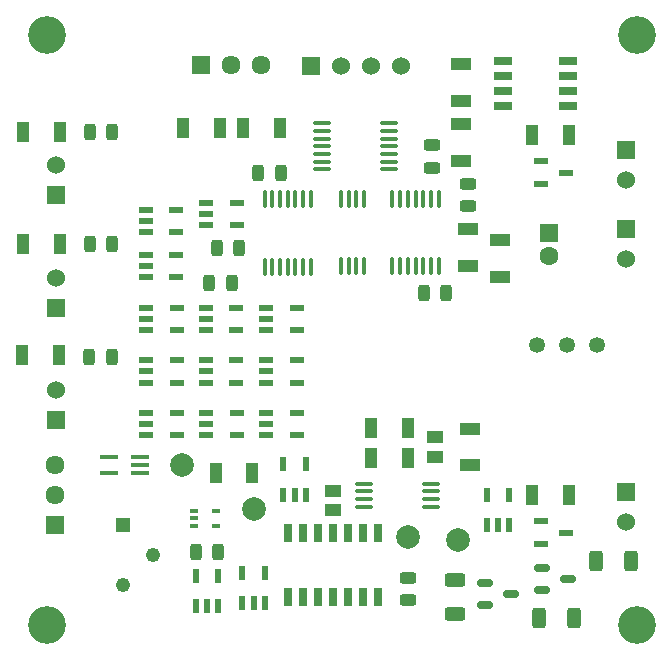
<source format=gbr>
%TF.GenerationSoftware,KiCad,Pcbnew,8.0.5*%
%TF.CreationDate,2024-10-12T23:17:33+02:00*%
%TF.ProjectId,TSAL,5453414c-2e6b-4696-9361-645f70636258,V2.0*%
%TF.SameCoordinates,Original*%
%TF.FileFunction,Soldermask,Top*%
%TF.FilePolarity,Negative*%
%FSLAX46Y46*%
G04 Gerber Fmt 4.6, Leading zero omitted, Abs format (unit mm)*
G04 Created by KiCad (PCBNEW 8.0.5) date 2024-10-12 23:17:33*
%MOMM*%
%LPD*%
G01*
G04 APERTURE LIST*
G04 Aperture macros list*
%AMRoundRect*
0 Rectangle with rounded corners*
0 $1 Rounding radius*
0 $2 $3 $4 $5 $6 $7 $8 $9 X,Y pos of 4 corners*
0 Add a 4 corners polygon primitive as box body*
4,1,4,$2,$3,$4,$5,$6,$7,$8,$9,$2,$3,0*
0 Add four circle primitives for the rounded corners*
1,1,$1+$1,$2,$3*
1,1,$1+$1,$4,$5*
1,1,$1+$1,$6,$7*
1,1,$1+$1,$8,$9*
0 Add four rect primitives between the rounded corners*
20,1,$1+$1,$2,$3,$4,$5,0*
20,1,$1+$1,$4,$5,$6,$7,0*
20,1,$1+$1,$6,$7,$8,$9,0*
20,1,$1+$1,$8,$9,$2,$3,0*%
G04 Aperture macros list end*
%ADD10RoundRect,0.243750X0.243750X0.456250X-0.243750X0.456250X-0.243750X-0.456250X0.243750X-0.456250X0*%
%ADD11RoundRect,0.250000X0.625000X-0.312500X0.625000X0.312500X-0.625000X0.312500X-0.625000X-0.312500X0*%
%ADD12R,1.150000X0.600000*%
%ADD13R,1.050000X1.800000*%
%ADD14R,1.528000X0.650000*%
%ADD15RoundRect,0.243750X-0.243750X-0.456250X0.243750X-0.456250X0.243750X0.456250X-0.243750X0.456250X0*%
%ADD16R,1.800000X1.050000*%
%ADD17C,3.200000*%
%ADD18R,1.470000X1.070000*%
%ADD19RoundRect,0.100000X-0.100000X0.637500X-0.100000X-0.637500X0.100000X-0.637500X0.100000X0.637500X0*%
%ADD20R,1.300000X0.600000*%
%ADD21RoundRect,0.243750X-0.456250X0.243750X-0.456250X-0.243750X0.456250X-0.243750X0.456250X0.243750X0*%
%ADD22RoundRect,0.250000X-0.312500X-0.625000X0.312500X-0.625000X0.312500X0.625000X-0.312500X0.625000X0*%
%ADD23RoundRect,0.100000X-0.637500X-0.100000X0.637500X-0.100000X0.637500X0.100000X-0.637500X0.100000X0*%
%ADD24R,1.530000X1.530000*%
%ADD25C,1.530000*%
%ADD26R,0.650000X1.525000*%
%ADD27R,1.600000X1.600000*%
%ADD28C,1.600000*%
%ADD29RoundRect,0.150000X-0.512500X-0.150000X0.512500X-0.150000X0.512500X0.150000X-0.512500X0.150000X0*%
%ADD30R,1.610000X1.610000*%
%ADD31C,1.610000*%
%ADD32RoundRect,0.100000X-0.225000X-0.100000X0.225000X-0.100000X0.225000X0.100000X-0.225000X0.100000X0*%
%ADD33R,0.600000X1.150000*%
%ADD34C,2.000000*%
%ADD35C,1.350000*%
%ADD36R,1.217000X1.217000*%
%ADD37C,1.217000*%
%ADD38RoundRect,0.100000X0.650000X0.100000X-0.650000X0.100000X-0.650000X-0.100000X0.650000X-0.100000X0*%
%ADD39RoundRect,0.250000X0.312500X0.625000X-0.312500X0.625000X-0.312500X-0.625000X0.312500X-0.625000X0*%
%ADD40RoundRect,0.100000X0.100000X-0.637500X0.100000X0.637500X-0.100000X0.637500X-0.100000X-0.637500X0*%
G04 APERTURE END LIST*
D10*
%TO.C,D5*%
X119047500Y-48260000D03*
X117172500Y-48260000D03*
%TD*%
D11*
%TO.C,R38*%
X137287000Y-79313500D03*
X137287000Y-76388500D03*
%TD*%
D12*
%TO.C,G5*%
X116205000Y-57790000D03*
X116205000Y-58740000D03*
X116205000Y-59690000D03*
X118805000Y-59690000D03*
X118805000Y-57790000D03*
%TD*%
D13*
%TO.C,R2*%
X103860000Y-38465000D03*
X100760000Y-38465000D03*
%TD*%
D14*
%TO.C,TI1*%
X141434000Y-32497500D03*
X141434000Y-33767500D03*
X141434000Y-35037500D03*
X141434000Y-36307500D03*
X146856000Y-36307500D03*
X146856000Y-35037500D03*
X146856000Y-33767500D03*
X146856000Y-32497500D03*
%TD*%
D13*
%TO.C,R6*%
X143865000Y-69215000D03*
X146965000Y-69215000D03*
%TD*%
D15*
%TO.C,D3*%
X106452500Y-47990000D03*
X108327500Y-47990000D03*
%TD*%
D16*
%TO.C,R23*%
X137795000Y-35840000D03*
X137795000Y-32740000D03*
%TD*%
D17*
%TO.C,H1*%
X152750000Y-30250000D03*
%TD*%
D18*
%TO.C,C23*%
X127000000Y-70474000D03*
X127000000Y-68834000D03*
%TD*%
D19*
%TO.C,CP4*%
X135935000Y-44127500D03*
X135285000Y-44127500D03*
X134635000Y-44127500D03*
X133985000Y-44127500D03*
X133335000Y-44127500D03*
X132685000Y-44127500D03*
X132035000Y-44127500D03*
X132035000Y-49852500D03*
X132685000Y-49852500D03*
X133335000Y-49852500D03*
X133985000Y-49852500D03*
X134635000Y-49852500D03*
X135285000Y-49852500D03*
X135935000Y-49852500D03*
%TD*%
D20*
%TO.C,Q2*%
X144585000Y-40960000D03*
X144585000Y-42860000D03*
X146685000Y-41910000D03*
%TD*%
D21*
%TO.C,D2*%
X133350000Y-76200000D03*
X133350000Y-78075000D03*
%TD*%
D16*
%TO.C,R30*%
X138557000Y-66701000D03*
X138557000Y-63601000D03*
%TD*%
D22*
%TO.C,R40*%
X144460500Y-79629000D03*
X147385500Y-79629000D03*
%TD*%
D13*
%TO.C,R20*%
X117068000Y-67310000D03*
X120168000Y-67310000D03*
%TD*%
D23*
%TO.C,CP5*%
X129598500Y-68240000D03*
X129598500Y-68890000D03*
X129598500Y-69540000D03*
X129598500Y-70190000D03*
X135323500Y-70190000D03*
X135323500Y-69540000D03*
X135323500Y-68890000D03*
X135323500Y-68240000D03*
%TD*%
D16*
%TO.C,R24*%
X137795000Y-40920000D03*
X137795000Y-37820000D03*
%TD*%
D10*
%TO.C,D9*%
X118405950Y-51243969D03*
X116530950Y-51243969D03*
%TD*%
D24*
%TO.C,J7*%
X125095000Y-32902680D03*
D25*
X127635000Y-32902680D03*
X130175000Y-32902680D03*
X132715000Y-32902680D03*
%TD*%
D19*
%TO.C,CP3*%
X125109800Y-44146200D03*
X124459800Y-44146200D03*
X123809800Y-44146200D03*
X123159800Y-44146200D03*
X122509800Y-44146200D03*
X121859800Y-44146200D03*
X121209800Y-44146200D03*
X121209800Y-49871200D03*
X121859800Y-49871200D03*
X122509800Y-49871200D03*
X123159800Y-49871200D03*
X123809800Y-49871200D03*
X124459800Y-49871200D03*
X125109800Y-49871200D03*
%TD*%
D26*
%TO.C,DL1*%
X123190000Y-77814000D03*
X124460000Y-77814000D03*
X125730000Y-77814000D03*
X127000000Y-77814000D03*
X128270000Y-77814000D03*
X129540000Y-77814000D03*
X130810000Y-77814000D03*
X130810000Y-72390000D03*
X129540000Y-72390000D03*
X128270000Y-72390000D03*
X127000000Y-72390000D03*
X125730000Y-72390000D03*
X124460000Y-72390000D03*
X123190000Y-72390000D03*
%TD*%
D13*
%TO.C,R7*%
X103785000Y-57375000D03*
X100685000Y-57375000D03*
%TD*%
D12*
%TO.C,G3*%
X111155000Y-53345000D03*
X111155000Y-54295000D03*
X111155000Y-55245000D03*
X113755000Y-55245000D03*
X113755000Y-53345000D03*
%TD*%
%TO.C,G13*%
X121315000Y-57790000D03*
X121315000Y-58740000D03*
X121315000Y-59690000D03*
X123915000Y-59690000D03*
X123915000Y-57790000D03*
%TD*%
D24*
%TO.C,J6*%
X151840000Y-46720000D03*
D25*
X151840000Y-49260000D03*
%TD*%
D16*
%TO.C,R25*%
X138430000Y-46710000D03*
X138430000Y-49810000D03*
%TD*%
D20*
%TO.C,Q1*%
X144585000Y-71440000D03*
X144585000Y-73340000D03*
X146685000Y-72390000D03*
%TD*%
D27*
%TO.C,C13*%
X145295120Y-47012197D03*
D28*
X145295120Y-49012197D03*
%TD*%
D24*
%TO.C,J2*%
X103505000Y-53340000D03*
D25*
X103505000Y-50800000D03*
%TD*%
D29*
%TO.C,Q3*%
X144658500Y-75377000D03*
X144658500Y-77277000D03*
X146933500Y-76327000D03*
%TD*%
D17*
%TO.C,H2*%
X102750000Y-30250000D03*
%TD*%
D12*
%TO.C,G12*%
X121315000Y-53345000D03*
X121315000Y-54295000D03*
X121315000Y-55245000D03*
X123915000Y-55245000D03*
X123915000Y-53345000D03*
%TD*%
%TO.C,G10*%
X116235000Y-44450000D03*
X116235000Y-45400000D03*
X116235000Y-46350000D03*
X118835000Y-46350000D03*
X118835000Y-44450000D03*
%TD*%
D24*
%TO.C,J5*%
X151840000Y-68945000D03*
D25*
X151840000Y-71485000D03*
%TD*%
D12*
%TO.C,G4*%
X111155000Y-57790000D03*
X111155000Y-58740000D03*
X111155000Y-59690000D03*
X113755000Y-59690000D03*
X113755000Y-57790000D03*
%TD*%
%TO.C,G9*%
X116205000Y-53345000D03*
X116205000Y-54295000D03*
X116205000Y-55245000D03*
X118805000Y-55245000D03*
X118805000Y-53345000D03*
%TD*%
D30*
%TO.C,J8*%
X115815000Y-32827680D03*
D31*
X118355000Y-32827680D03*
X120895000Y-32827680D03*
%TD*%
D13*
%TO.C,R22*%
X122480000Y-38100000D03*
X119380000Y-38100000D03*
%TD*%
D12*
%TO.C,G2*%
X111125000Y-48895000D03*
X111125000Y-49845000D03*
X111125000Y-50795000D03*
X113725000Y-50795000D03*
X113725000Y-48895000D03*
%TD*%
D32*
%TO.C,CP1*%
X115229600Y-70536000D03*
X115229600Y-71186000D03*
X115229600Y-71836000D03*
X117129600Y-71836000D03*
X117129600Y-70536000D03*
%TD*%
D33*
%TO.C,G14*%
X122798800Y-69168800D03*
X123748800Y-69168800D03*
X124698800Y-69168800D03*
X124698800Y-66568800D03*
X122798800Y-66568800D03*
%TD*%
D18*
%TO.C,C22*%
X135636000Y-64331000D03*
X135636000Y-65971000D03*
%TD*%
D12*
%TO.C,G1*%
X111125000Y-45085000D03*
X111125000Y-46035000D03*
X111125000Y-46985000D03*
X113725000Y-46985000D03*
X113725000Y-45085000D03*
%TD*%
D13*
%TO.C,R18*%
X143865000Y-38735000D03*
X146965000Y-38735000D03*
%TD*%
D33*
%TO.C,G16*%
X119319000Y-78389000D03*
X120269000Y-78389000D03*
X121219000Y-78389000D03*
X121219000Y-75789000D03*
X119319000Y-75789000D03*
%TD*%
D13*
%TO.C,R26*%
X133312500Y-63500000D03*
X130212500Y-63500000D03*
%TD*%
D12*
%TO.C,G7*%
X111155000Y-62235000D03*
X111155000Y-63185000D03*
X111155000Y-64135000D03*
X113755000Y-64135000D03*
X113755000Y-62235000D03*
%TD*%
%TO.C,G11*%
X121315000Y-62235000D03*
X121315000Y-63185000D03*
X121315000Y-64135000D03*
X123915000Y-64135000D03*
X123915000Y-62235000D03*
%TD*%
D34*
%TO.C,TP3*%
X137541000Y-73025000D03*
%TD*%
D21*
%TO.C,D11*%
X135339243Y-39618325D03*
X135339243Y-41493325D03*
%TD*%
D30*
%TO.C,J4*%
X103430000Y-71755000D03*
D31*
X103430000Y-69215000D03*
X103430000Y-66675000D03*
%TD*%
D34*
%TO.C,TP2*%
X114173000Y-66675000D03*
%TD*%
D13*
%TO.C,R4*%
X103860000Y-47990000D03*
X100760000Y-47990000D03*
%TD*%
%TO.C,R21*%
X117400000Y-38100000D03*
X114300000Y-38100000D03*
%TD*%
D17*
%TO.C,H4*%
X152750000Y-80250000D03*
%TD*%
D13*
%TO.C,R27*%
X130212500Y-66040000D03*
X133312500Y-66040000D03*
%TD*%
D24*
%TO.C,J9*%
X151765000Y-40005000D03*
D25*
X151765000Y-42545000D03*
%TD*%
D15*
%TO.C,D10*%
X120680000Y-41910000D03*
X122555000Y-41910000D03*
%TD*%
%TO.C,D4*%
X106377500Y-57515000D03*
X108252500Y-57515000D03*
%TD*%
D35*
%TO.C,PS1*%
X149342320Y-56515000D03*
X146802320Y-56515000D03*
X144262320Y-56515000D03*
%TD*%
D34*
%TO.C,TP1*%
X120323416Y-70374163D03*
%TD*%
D15*
%TO.C,D1*%
X106452500Y-38465000D03*
X108327500Y-38465000D03*
%TD*%
D10*
%TO.C,D8*%
X136568634Y-52080993D03*
X134693634Y-52080993D03*
%TD*%
D23*
%TO.C,U1*%
X126042500Y-37747159D03*
X126042500Y-38397159D03*
X126042500Y-39047159D03*
X126042500Y-39697159D03*
X126042500Y-40347159D03*
X126042500Y-40997159D03*
X126042500Y-41647159D03*
X131767500Y-41647159D03*
X131767500Y-40997159D03*
X131767500Y-40347159D03*
X131767500Y-39697159D03*
X131767500Y-39047159D03*
X131767500Y-38397159D03*
X131767500Y-37747159D03*
%TD*%
D36*
%TO.C,RV1*%
X109215000Y-71755000D03*
D37*
X111755000Y-74295000D03*
X109215000Y-76835000D03*
%TD*%
D38*
%TO.C,U2*%
X110677000Y-67325000D03*
X110677000Y-66675000D03*
X110677000Y-66025000D03*
X108017000Y-66025000D03*
X108017000Y-67325000D03*
%TD*%
D33*
%TO.C,G8*%
X140020000Y-71785000D03*
X140970000Y-71785000D03*
X141920000Y-71785000D03*
X141920000Y-69185000D03*
X140020000Y-69185000D03*
%TD*%
D12*
%TO.C,G6*%
X116235000Y-62235000D03*
X116235000Y-63185000D03*
X116235000Y-64135000D03*
X118835000Y-64135000D03*
X118835000Y-62235000D03*
%TD*%
D17*
%TO.C,H3*%
X102750000Y-80250000D03*
%TD*%
D24*
%TO.C,J1*%
X103505000Y-43815000D03*
D25*
X103505000Y-41275000D03*
%TD*%
D24*
%TO.C,J3*%
X103505000Y-62865000D03*
D25*
X103505000Y-60325000D03*
%TD*%
D15*
%TO.C,D6*%
X115394500Y-74041000D03*
X117269500Y-74041000D03*
%TD*%
D33*
%TO.C,G15*%
X115382000Y-78643000D03*
X116332000Y-78643000D03*
X117282000Y-78643000D03*
X117282000Y-76043000D03*
X115382000Y-76043000D03*
%TD*%
D21*
%TO.C,D7*%
X138430000Y-42877500D03*
X138430000Y-44752500D03*
%TD*%
D39*
%TO.C,R37*%
X152211500Y-74803000D03*
X149286500Y-74803000D03*
%TD*%
D40*
%TO.C,CP2*%
X127676000Y-49852500D03*
X128326000Y-49852500D03*
X128976000Y-49852500D03*
X129626000Y-49852500D03*
X129626000Y-44127500D03*
X128976000Y-44127500D03*
X128326000Y-44127500D03*
X127676000Y-44127500D03*
%TD*%
D16*
%TO.C,R28*%
X141096870Y-50726974D03*
X141096870Y-47626974D03*
%TD*%
D29*
%TO.C,Q4*%
X139832500Y-76647000D03*
X139832500Y-78547000D03*
X142107500Y-77597000D03*
%TD*%
D34*
%TO.C,TP4*%
X133350000Y-72771000D03*
%TD*%
M02*

</source>
